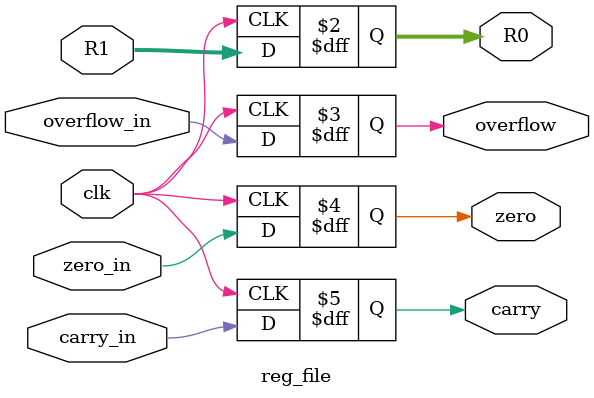
<source format=v>
module reg_file #(
    parameter WIDTH = 32
)(
    input [WIDTH-1:0] R1,
    input overflow_in,
    input zero_in,
    input carry_in,

    input clk,

    output reg [WIDTH-1:0] R0,
    output reg overflow,
    output reg zero,
    output reg carry
);

    always @(posedge clk) begin
        R0 <= R1;
        overflow <= overflow_in;
        zero <= zero_in;
        carry <= carry_in;
    end
    

endmodule

</source>
